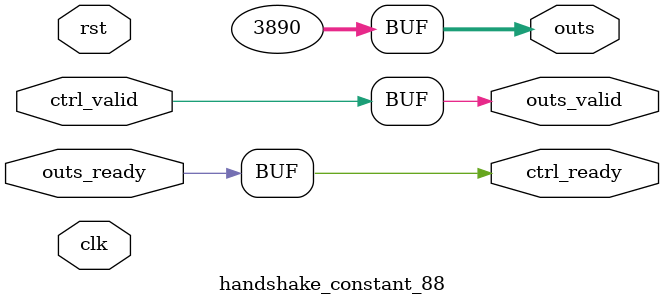
<source format=v>
`timescale 1ns / 1ps
module handshake_constant_88 #(
  parameter DATA_WIDTH = 32  // Default set to 32 bits
) (
  input                       clk,
  input                       rst,
  // Input Channel
  input                       ctrl_valid,
  output                      ctrl_ready,
  // Output Channel
  output [DATA_WIDTH - 1 : 0] outs,
  output                      outs_valid,
  input                       outs_ready
);
  assign outs       = 12'b111100110010;
  assign outs_valid = ctrl_valid;
  assign ctrl_ready = outs_ready;

endmodule

</source>
